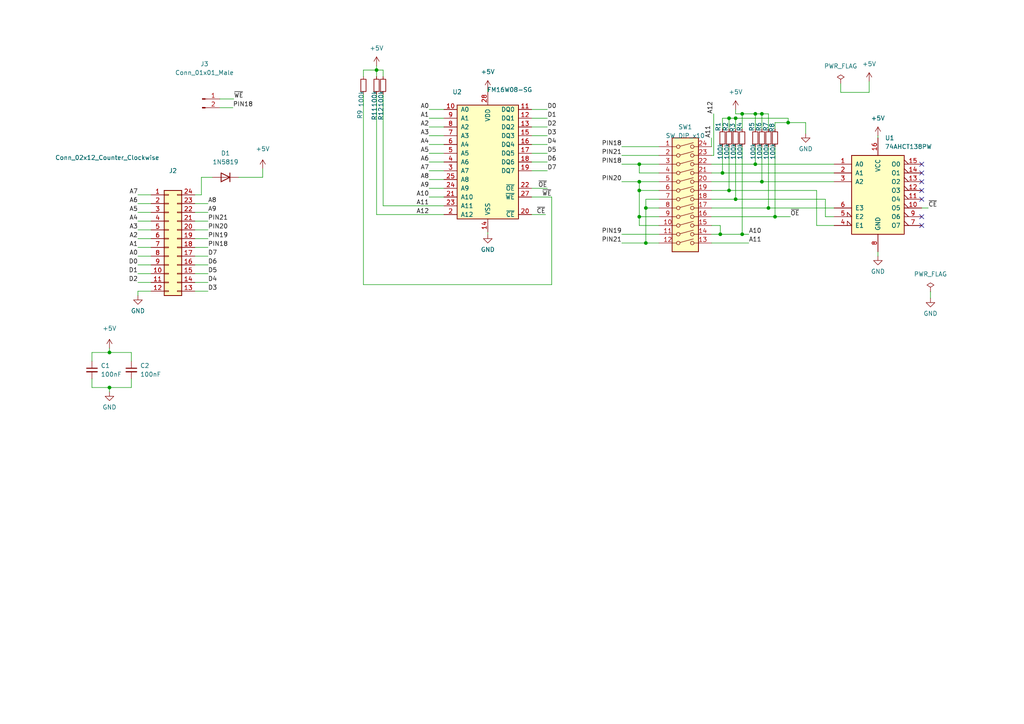
<source format=kicad_sch>
(kicad_sch (version 20230121) (generator eeschema)
  (paper "A4")
  (title_block (title "EPROM Replacer") (date "2022-09-24") (rev "1.01"))
  (lib_symbols
    (symbol "74xx:74LS138" (pin_names (offset 1.016))
      (property "Reference" "U" (at -7.62 11.43 0))
      (property "Value" "74LS138" (at -7.62 -13.97 0))
      (symbol "74LS138_1_0"
        (pin input line (at -12.7 7.62 0) (length 5.08) (name "A0") (number "1"))
        (pin output output_low (at 12.7 -5.08 180) (length 5.08) (name "O5") (number "10"))
        (pin output output_low (at 12.7 -2.54 180) (length 5.08) (name "O4") (number "11"))
        (pin output output_low (at 12.7 0 180) (length 5.08) (name "O3") (number "12"))
        (pin output output_low (at 12.7 2.54 180) (length 5.08) (name "O2") (number "13"))
        (pin output output_low (at 12.7 5.08 180) (length 5.08) (name "O1") (number "14"))
        (pin output output_low (at 12.7 7.62 180) (length 5.08) (name "O0") (number "15"))
        (pin power_in line (at 0 15.24 270) (length 5.08) (name "VCC") (number "16"))
        (pin input line (at -12.7 5.08 0) (length 5.08) (name "A1") (number "2"))
        (pin input line (at -12.7 2.54 0) (length 5.08) (name "A2") (number "3"))
        (pin input input_low (at -12.7 -10.16 0) (length 5.08) (name "E1") (number "4"))
        (pin input input_low (at -12.7 -7.62 0) (length 5.08) (name "E2") (number "5"))
        (pin input line (at -12.7 -5.08 0) (length 5.08) (name "E3") (number "6"))
        (pin output output_low (at 12.7 -10.16 180) (length 5.08) (name "O7") (number "7"))
        (pin power_in line (at 0 -17.78 90) (length 5.08) (name "GND") (number "8"))
        (pin output output_low (at 12.7 -7.62 180) (length 5.08) (name "O6") (number "9"))
      )
      (symbol "74LS138_1_1"
        (rectangle (start -7.62 10.16) (end 7.62 -12.7) (stroke (width 0.254)) (fill (type background)))
      )
    )
    (symbol "Connector:Conn_01x02_Male" (pin_names (offset 1.016) hide)
      (property "Reference" "J" (at 0 2.54 0))
      (property "Value" "Conn_01x02_Male" (at 0 -5.08 0))
      (symbol "Conn_01x02_Male_1_1"
        (polyline (pts (xy 1.27 -2.54) (xy 0.8636 -2.54)) (stroke (width 0.1524)))
        (polyline (pts (xy 1.27 0) (xy 0.8636 0)) (stroke (width 0.1524)))
        (rectangle (start 0.8636 -2.413) (end 0 -2.667) (stroke (width 0.1524)) (fill (type outline)))
        (rectangle (start 0.8636 0.127) (end 0 -0.127) (stroke (width 0.1524)) (fill (type outline)))
        (pin passive line (at 5.08 0 180) (length 3.81) (name "Pin_1") (number "1"))
        (pin passive line (at 5.08 -2.54 180) (length 3.81) (name "Pin_2") (number "2"))
      )
    )
    (symbol "Connector_Generic:Conn_02x12_Counter_Clockwise" (pin_names (offset 1.016) hide)
      (property "Reference" "J" (at 1.27 15.24 0))
      (property "Value" "Conn_02x12_Counter_Clockwise" (at 1.27 -17.78 0))
      (symbol "Conn_02x12_Counter_Clockwise_1_1"
        (rectangle (start -1.27 -15.113) (end 0 -15.367) (stroke (width 0.1524)))
        (rectangle (start -1.27 -12.573) (end 0 -12.827) (stroke (width 0.1524)))
        (rectangle (start -1.27 -10.033) (end 0 -10.287) (stroke (width 0.1524)))
        (rectangle (start -1.27 -7.493) (end 0 -7.747) (stroke (width 0.1524)))
        (rectangle (start -1.27 -4.953) (end 0 -5.207) (stroke (width 0.1524)))
        (rectangle (start -1.27 -2.413) (end 0 -2.667) (stroke (width 0.1524)))
        (rectangle (start -1.27 0.127) (end 0 -0.127) (stroke (width 0.1524)))
        (rectangle (start -1.27 2.667) (end 0 2.413) (stroke (width 0.1524)))
        (rectangle (start -1.27 5.207) (end 0 4.953) (stroke (width 0.1524)))
        (rectangle (start -1.27 7.747) (end 0 7.493) (stroke (width 0.1524)))
        (rectangle (start -1.27 10.287) (end 0 10.033) (stroke (width 0.1524)))
        (rectangle (start -1.27 12.827) (end 0 12.573) (stroke (width 0.1524)))
        (rectangle (start -1.27 13.97) (end 3.81 -16.51) (stroke (width 0.254)) (fill (type background)))
        (rectangle (start 3.81 -15.113) (end 2.54 -15.367) (stroke (width 0.1524)))
        (rectangle (start 3.81 -12.573) (end 2.54 -12.827) (stroke (width 0.1524)))
        (rectangle (start 3.81 -10.033) (end 2.54 -10.287) (stroke (width 0.1524)))
        (rectangle (start 3.81 -7.493) (end 2.54 -7.747) (stroke (width 0.1524)))
        (rectangle (start 3.81 -4.953) (end 2.54 -5.207) (stroke (width 0.1524)))
        (rectangle (start 3.81 -2.413) (end 2.54 -2.667) (stroke (width 0.1524)))
        (rectangle (start 3.81 0.127) (end 2.54 -0.127) (stroke (width 0.1524)))
        (rectangle (start 3.81 2.667) (end 2.54 2.413) (stroke (width 0.1524)))
        (rectangle (start 3.81 5.207) (end 2.54 4.953) (stroke (width 0.1524)))
        (rectangle (start 3.81 7.747) (end 2.54 7.493) (stroke (width 0.1524)))
        (rectangle (start 3.81 10.287) (end 2.54 10.033) (stroke (width 0.1524)))
        (rectangle (start 3.81 12.827) (end 2.54 12.573) (stroke (width 0.1524)))
        (pin passive line (at -5.08 12.7 0) (length 3.81) (name "Pin_1") (number "1"))
        (pin passive line (at -5.08 -10.16 0) (length 3.81) (name "Pin_10") (number "10"))
        (pin passive line (at -5.08 -12.7 0) (length 3.81) (name "Pin_11") (number "11"))
        (pin passive line (at -5.08 -15.24 0) (length 3.81) (name "Pin_12") (number "12"))
        (pin passive line (at 7.62 -15.24 180) (length 3.81) (name "Pin_13") (number "13"))
        (pin passive line (at 7.62 -12.7 180) (length 3.81) (name "Pin_14") (number "14"))
        (pin passive line (at 7.62 -10.16 180) (length 3.81) (name "Pin_15") (number "15"))
        (pin passive line (at 7.62 -7.62 180) (length 3.81) (name "Pin_16") (number "16"))
        (pin passive line (at 7.62 -5.08 180) (length 3.81) (name "Pin_17") (number "17"))
        (pin passive line (at 7.62 -2.54 180) (length 3.81) (name "Pin_18") (number "18"))
        (pin passive line (at 7.62 0 180) (length 3.81) (name "Pin_19") (number "19"))
        (pin passive line (at -5.08 10.16 0) (length 3.81) (name "Pin_2") (number "2"))
        (pin passive line (at 7.62 2.54 180) (length 3.81) (name "Pin_20") (number "20"))
        (pin passive line (at 7.62 5.08 180) (length 3.81) (name "Pin_21") (number "21"))
        (pin passive line (at 7.62 7.62 180) (length 3.81) (name "Pin_22") (number "22"))
        (pin passive line (at 7.62 10.16 180) (length 3.81) (name "Pin_23") (number "23"))
        (pin passive line (at 7.62 12.7 180) (length 3.81) (name "Pin_24") (number "24"))
        (pin passive line (at -5.08 7.62 0) (length 3.81) (name "Pin_3") (number "3"))
        (pin passive line (at -5.08 5.08 0) (length 3.81) (name "Pin_4") (number "4"))
        (pin passive line (at -5.08 2.54 0) (length 3.81) (name "Pin_5") (number "5"))
        (pin passive line (at -5.08 0 0) (length 3.81) (name "Pin_6") (number "6"))
        (pin passive line (at -5.08 -2.54 0) (length 3.81) (name "Pin_7") (number "7"))
        (pin passive line (at -5.08 -5.08 0) (length 3.81) (name "Pin_8") (number "8"))
        (pin passive line (at -5.08 -7.62 0) (length 3.81) (name "Pin_9") (number "9"))
      )
    )
    (symbol "Device:C_Small" (pin_numbers hide) (pin_names (offset 0.254) hide)
      (property "Reference" "C" (at 0.254 1.778 0))
      (property "Value" "C_Small" (at 0.254 -2.032 0))
      (symbol "C_Small_0_1"
        (polyline (pts (xy -1.524 -0.508) (xy 1.524 -0.508)) (stroke (width 0.3302)))
        (polyline (pts (xy -1.524 0.508) (xy 1.524 0.508)) (stroke (width 0.3048)))
      )
      (symbol "C_Small_1_1"
        (pin passive line (at 0 2.54 270) (length 2.032) (name "~") (number "1"))
        (pin passive line (at 0 -2.54 90) (length 2.032) (name "~") (number "2"))
      )
    )
    (symbol "Device:D" (pin_numbers hide) (pin_names (offset 1.016) hide)
      (property "Reference" "D" (at 0 2.54 0))
      (property "Value" "D" (at 0 -2.54 0))
      (symbol "D_0_1"
        (polyline (pts (xy -1.27 1.27) (xy -1.27 -1.27)) (stroke (width 0.254)))
        (polyline (pts (xy 1.27 0) (xy -1.27 0)))
        (polyline (pts (xy 1.27 1.27) (xy 1.27 -1.27) (xy -1.27 0) (xy 1.27 1.27)) (stroke (width 0.254)))
      )
      (symbol "D_1_1"
        (pin passive line (at -3.81 0 0) (length 2.54) (name "K") (number "1"))
        (pin passive line (at 3.81 0 180) (length 2.54) (name "A") (number "2"))
      )
    )
    (symbol "Device:R_Small" (pin_numbers hide) (pin_names (offset 0.254) hide)
      (property "Reference" "R" (at 0.762 0.508 0))
      (property "Value" "R_Small" (at 0.762 -1.016 0))
      (symbol "R_Small_0_1"
        (rectangle (start -0.762 1.778) (end 0.762 -1.778) (stroke (width 0.2032)))
      )
      (symbol "R_Small_1_1"
        (pin passive line (at 0 2.54 270) (length 0.762) (name "~") (number "1"))
        (pin passive line (at 0 -2.54 90) (length 0.762) (name "~") (number "2"))
      )
    )
    (symbol "Memory_NVRAM:FM16W08-SG" (pin_names (offset 1.016))
      (property "Reference" "U" (at -7.62 17.78 0))
      (property "Value" "FM16W08-SG" (at 1.27 17.78 0))
      (symbol "FM16W08-SG_0_1"
        (rectangle (start -8.89 16.51) (end 8.89 -16.51) (stroke (width 0.254)) (fill (type background)))
      )
      (symbol "FM16W08-SG_1_1"
        (pin input line (at -12.7 15.24 0) (length 3.81) (name "A0") (number "10"))
        (pin bidirectional line (at 12.7 15.24 180) (length 3.81) (name "DQ0") (number "11"))
        (pin bidirectional line (at 12.7 12.7 180) (length 3.81) (name "DQ1") (number "12"))
        (pin bidirectional line (at 12.7 10.16 180) (length 3.81) (name "DQ2") (number "13"))
        (pin power_in line (at 0 -20.32 90) (length 3.81) (name "VSS") (number "14"))
        (pin bidirectional line (at 12.7 7.62 180) (length 3.81) (name "DQ3") (number "15"))
        (pin bidirectional line (at 12.7 5.08 180) (length 3.81) (name "DQ4") (number "16"))
        (pin bidirectional line (at 12.7 2.54 180) (length 3.81) (name "DQ5") (number "17"))
        (pin bidirectional line (at 12.7 0 180) (length 3.81) (name "DQ6") (number "18"))
        (pin bidirectional line (at 12.7 -2.54 180) (length 3.81) (name "DQ7") (number "19"))
        (pin input line (at -12.7 -15.24 0) (length 3.81) (name "A12") (number "2"))
        (pin input line (at 12.7 -15.24 180) (length 3.81) (name "~{CE}") (number "20"))
        (pin input line (at -12.7 -10.16 0) (length 3.81) (name "A10") (number "21"))
        (pin input line (at 12.7 -7.62 180) (length 3.81) (name "~{OE}") (number "22"))
        (pin input line (at -12.7 -12.7 0) (length 3.81) (name "A11") (number "23"))
        (pin input line (at -12.7 -7.62 0) (length 3.81) (name "A9") (number "24"))
        (pin input line (at -12.7 -5.08 0) (length 3.81) (name "A8") (number "25"))
        (pin input line (at 12.7 -10.16 180) (length 3.81) (name "~{WE}") (number "27"))
        (pin power_in line (at 0 20.32 270) (length 3.81) (name "VDD") (number "28"))
        (pin input line (at -12.7 -2.54 0) (length 3.81) (name "A7") (number "3"))
        (pin input line (at -12.7 0 0) (length 3.81) (name "A6") (number "4"))
        (pin input line (at -12.7 2.54 0) (length 3.81) (name "A5") (number "5"))
        (pin input line (at -12.7 5.08 0) (length 3.81) (name "A4") (number "6"))
        (pin input line (at -12.7 7.62 0) (length 3.81) (name "A3") (number "7"))
        (pin input line (at -12.7 10.16 0) (length 3.81) (name "A2") (number "8"))
        (pin input line (at -12.7 12.7 0) (length 3.81) (name "A1") (number "9"))
      )
    )
    (symbol "Switch:SW_DIP_x12" (pin_names (offset 0) hide)
      (property "Reference" "SW" (at 0 19.05 0))
      (property "Value" "SW_DIP_x12" (at 0 -16.51 0))
      (symbol "SW_DIP_x12_0_0"
        (circle (center -2.032 -12.7) (radius 0.508))
        (circle (center -2.032 -10.16) (radius 0.508))
        (circle (center -2.032 -7.62) (radius 0.508))
        (circle (center -2.032 -5.08) (radius 0.508))
        (circle (center -2.032 -2.54) (radius 0.508))
        (circle (center -2.032 0) (radius 0.508))
        (circle (center -2.032 2.54) (radius 0.508))
        (circle (center -2.032 5.08) (radius 0.508))
        (circle (center -2.032 7.62) (radius 0.508))
        (circle (center -2.032 10.16) (radius 0.508))
        (circle (center -2.032 12.7) (radius 0.508))
        (circle (center -2.032 15.24) (radius 0.508))
        (polyline (pts (xy -1.524 -12.5476) (xy 2.3622 -11.5062)))
        (polyline (pts (xy -1.524 -10.0076) (xy 2.3622 -8.9662)))
        (polyline (pts (xy -1.524 -7.4676) (xy 2.3622 -6.4262)))
        (polyline (pts (xy -1.524 -4.9276) (xy 2.3622 -3.8862)))
        (polyline (pts (xy -1.524 -2.3876) (xy 2.3622 -1.3462)))
        (polyline (pts (xy -1.524 0.127) (xy 2.3622 1.1684)))
        (polyline (pts (xy -1.524 2.667) (xy 2.3622 3.7084)))
        (polyline (pts (xy -1.524 5.207) (xy 2.3622 6.2484)))
        (polyline (pts (xy -1.524 7.747) (xy 2.3622 8.7884)))
        (polyline (pts (xy -1.524 10.287) (xy 2.3622 11.3284)))
        (polyline (pts (xy -1.524 12.827) (xy 2.3622 13.8684)))
        (polyline (pts (xy -1.524 15.367) (xy 2.3622 16.4084)))
        (circle (center 2.032 -12.7) (radius 0.508))
        (circle (center 2.032 -10.16) (radius 0.508))
        (circle (center 2.032 -7.62) (radius 0.508))
        (circle (center 2.032 -5.08) (radius 0.508))
        (circle (center 2.032 -2.54) (radius 0.508))
        (circle (center 2.032 0) (radius 0.508))
        (circle (center 2.032 2.54) (radius 0.508))
        (circle (center 2.032 5.08) (radius 0.508))
        (circle (center 2.032 7.62) (radius 0.508))
        (circle (center 2.032 10.16) (radius 0.508))
        (circle (center 2.032 12.7) (radius 0.508))
        (circle (center 2.032 15.24) (radius 0.508))
      )
      (symbol "SW_DIP_x12_0_1"
        (rectangle (start -3.81 17.78) (end 3.81 -15.24) (stroke (width 0.254)) (fill (type background)))
      )
      (symbol "SW_DIP_x12_1_1"
        (pin passive line (at -7.62 15.24 0) (length 5.08) (name "~") (number "1"))
        (pin passive line (at -7.62 -7.62 0) (length 5.08) (name "~") (number "10"))
        (pin passive line (at -7.62 -10.16 0) (length 5.08) (name "~") (number "11"))
        (pin passive line (at -7.62 -12.7 0) (length 5.08) (name "~") (number "12"))
        (pin passive line (at 7.62 -12.7 180) (length 5.08) (name "~") (number "13"))
        (pin passive line (at 7.62 -10.16 180) (length 5.08) (name "~") (number "14"))
        (pin passive line (at 7.62 -7.62 180) (length 5.08) (name "~") (number "15"))
        (pin passive line (at 7.62 -5.08 180) (length 5.08) (name "~") (number "16"))
        (pin passive line (at 7.62 -2.54 180) (length 5.08) (name "~") (number "17"))
        (pin passive line (at 7.62 0 180) (length 5.08) (name "~") (number "18"))
        (pin passive line (at 7.62 2.54 180) (length 5.08) (name "~") (number "19"))
        (pin passive line (at -7.62 12.7 0) (length 5.08) (name "~") (number "2"))
        (pin passive line (at 7.62 5.08 180) (length 5.08) (name "~") (number "20"))
        (pin passive line (at 7.62 7.62 180) (length 5.08) (name "~") (number "21"))
        (pin passive line (at 7.62 10.16 180) (length 5.08) (name "~") (number "22"))
        (pin passive line (at 7.62 12.7 180) (length 5.08) (name "~") (number "23"))
        (pin passive line (at 7.62 15.24 180) (length 5.08) (name "~") (number "24"))
        (pin passive line (at -7.62 10.16 0) (length 5.08) (name "~") (number "3"))
        (pin passive line (at -7.62 7.62 0) (length 5.08) (name "~") (number "4"))
        (pin passive line (at -7.62 5.08 0) (length 5.08) (name "~") (number "5"))
        (pin passive line (at -7.62 2.54 0) (length 5.08) (name "~") (number "6"))
        (pin passive line (at -7.62 0 0) (length 5.08) (name "~") (number "7"))
        (pin passive line (at -7.62 -2.54 0) (length 5.08) (name "~") (number "8"))
        (pin passive line (at -7.62 -5.08 0) (length 5.08) (name "~") (number "9"))
      )
    )
    (symbol "power:+5V" (power) (pin_names (offset 0))
      (property "Value" "+5V" (at 0 3.556 0))
      (symbol "+5V_0_1"
        (polyline (pts (xy -0.762 1.27) (xy 0 2.54)))
        (polyline (pts (xy 0 0) (xy 0 2.54)))
        (polyline (pts (xy 0 2.54) (xy 0.762 1.27)))
      )
      (symbol "+5V_1_1"
        (pin power_in line (at 0 0 90) (length 0) hide (name "+5V") (number "1"))
      )
    )
    (symbol "power:GND" (power) (pin_names (offset 0))
      (property "Value" "GND" (at 0 -3.81 0))
      (symbol "GND_0_1"
        (polyline (pts (xy 0 0) (xy 0 -1.27) (xy 1.27 -1.27) (xy 0 -2.54) (xy -1.27 -1.27) (xy 0 -1.27)))
      )
      (symbol "GND_1_1"
        (pin power_in line (at 0 0 270) (length 0) hide (name "GND") (number "1"))
      )
    )
    (symbol "power:PWR_FLAG" (power) (pin_numbers hide) (pin_names (offset 0) hide)
      (property "Value" "PWR_FLAG" (at 0 3.81 0))
      (symbol "PWR_FLAG_0_0"
        (pin power_out line (at 0 0 90) (length 0) (name "pwr") (number "1"))
      )
      (symbol "PWR_FLAG_0_1"
        (polyline (pts (xy 0 0) (xy 0 1.27) (xy -1.016 1.905) (xy 0 2.54) (xy 1.016 1.905) (xy 0 1.27)))
      )
    )
  )
  (junction (at 185.42 55.245))
  (junction (at 222.885 60.325))
  (junction (at 213.36 57.785))
  (junction (at 31.75 102.235))
  (junction (at 209.55 50.165))
  (junction (at 185.42 62.865))
  (junction (at 187.325 60.325))
  (junction (at 185.42 52.705))
  (junction (at 215.265 33.02))
  (junction (at 211.455 55.245))
  (junction (at 224.79 62.865))
  (junction (at 185.42 47.625))
  (junction (at 220.98 33.02))
  (junction (at 213.36 34.29))
  (junction (at 211.455 34.29))
  (junction (at 31.75 112.395))
  (junction (at 220.98 52.705))
  (junction (at 208.915 67.945))
  (junction (at 215.265 67.945))
  (junction (at 228.6 35.56))
  (junction (at 219.075 33.02))
  (junction (at 187.325 70.485))
  (junction (at 219.075 47.625))
  (junction (at 109.22 20.32))
  (no_connect (at 267.335 55.245))
  (no_connect (at 267.335 62.865))
  (no_connect (at 267.335 47.625))
  (no_connect (at 267.335 57.785))
  (no_connect (at 267.335 50.165))
  (no_connect (at 267.335 65.405))
  (no_connect (at 267.335 52.705))
  (wire (pts (xy 58.42 56.515) (xy 58.42 51.435)))
  (wire (pts (xy 213.36 34.29) (xy 228.6 34.29)))
  (wire (pts (xy 187.325 70.485) (xy 191.135 70.485)))
  (wire (pts (xy 180.34 45.085) (xy 191.135 45.085)))
  (wire (pts (xy 40.005 84.455) (xy 43.815 84.455)))
  (wire (pts (xy 40.005 71.755) (xy 43.815 71.755)))
  (wire (pts (xy 241.935 62.865) (xy 239.395 62.865)))
  (wire (pts (xy 180.34 67.945) (xy 191.135 67.945)))
  (wire (pts (xy 220.98 33.02) (xy 220.98 37.465)))
  (wire (pts (xy 180.34 70.485) (xy 187.325 70.485)))
  (wire (pts (xy 185.42 62.865) (xy 185.42 65.405)))
  (wire (pts (xy 26.67 109.855) (xy 26.67 112.395)))
  (wire (pts (xy 269.875 84.582) (xy 269.875 86.487)))
  (wire (pts (xy 206.375 65.405) (xy 208.915 65.405)))
  (wire (pts (xy 124.46 46.99) (xy 128.778 46.99)))
  (wire (pts (xy 40.005 79.375) (xy 43.815 79.375)))
  (wire (pts (xy 40.005 59.055) (xy 43.815 59.055)))
  (wire (pts (xy 67.564 31.242) (xy 63.754 31.242)))
  (wire (pts (xy 215.265 33.02) (xy 213.36 33.02)))
  (wire (pts (xy 40.005 81.915) (xy 43.815 81.915)))
  (wire (pts (xy 217.17 67.945) (xy 215.265 67.945)))
  (wire (pts (xy 154.178 62.23) (xy 158.242 62.23)))
  (wire (pts (xy 219.075 33.02) (xy 219.075 37.465)))
  (wire (pts (xy 141.478 25.908) (xy 141.478 26.67)))
  (wire (pts (xy 185.42 47.625) (xy 185.42 50.165)))
  (wire (pts (xy 215.265 42.545) (xy 215.265 67.945)))
  (wire (pts (xy 185.42 52.705) (xy 191.135 52.705)))
  (wire (pts (xy 124.46 39.37) (xy 128.778 39.37)))
  (wire (pts (xy 160.02 57.15) (xy 160.02 82.55)))
  (wire (pts (xy 38.1 112.395) (xy 38.1 109.855)))
  (wire (pts (xy 31.75 100.965) (xy 31.75 102.235)))
  (wire (pts (xy 63.754 28.702) (xy 67.818 28.702)))
  (wire (pts (xy 254.635 39.37) (xy 254.635 40.005)))
  (wire (pts (xy 154.178 31.75) (xy 158.75 31.75)))
  (wire (pts (xy 111.125 27.305) (xy 111.125 59.69)))
  (wire (pts (xy 191.135 57.785) (xy 187.325 57.785)))
  (wire (pts (xy 206.375 50.165) (xy 209.55 50.165)))
  (wire (pts (xy 31.75 102.235) (xy 38.1 102.235)))
  (wire (pts (xy 40.005 56.515) (xy 43.815 56.515)))
  (wire (pts (xy 180.34 52.705) (xy 185.42 52.705)))
  (wire (pts (xy 243.84 26.797) (xy 252.095 26.797)))
  (wire (pts (xy 31.75 112.395) (xy 38.1 112.395)))
  (wire (pts (xy 185.42 47.625) (xy 191.135 47.625)))
  (wire (pts (xy 185.42 55.245) (xy 191.135 55.245)))
  (wire (pts (xy 109.22 19.05) (xy 109.22 20.32)))
  (wire (pts (xy 109.22 62.23) (xy 128.778 62.23)))
  (wire (pts (xy 206.375 52.705) (xy 220.98 52.705)))
  (wire (pts (xy 187.325 60.325) (xy 187.325 70.485)))
  (wire (pts (xy 154.178 49.53) (xy 158.75 49.53)))
  (wire (pts (xy 206.375 40.005) (xy 206.375 42.545)))
  (wire (pts (xy 154.178 57.15) (xy 160.02 57.15)))
  (wire (pts (xy 58.42 56.515) (xy 56.515 56.515)))
  (wire (pts (xy 109.22 27.305) (xy 109.22 62.23)))
  (wire (pts (xy 220.98 52.705) (xy 241.935 52.705)))
  (wire (pts (xy 60.325 79.375) (xy 56.515 79.375)))
  (wire (pts (xy 213.36 31.75) (xy 213.36 33.02)))
  (wire (pts (xy 211.455 55.245) (xy 236.855 55.245)))
  (wire (pts (xy 206.375 47.625) (xy 219.075 47.625)))
  (wire (pts (xy 60.325 71.755) (xy 56.515 71.755)))
  (wire (pts (xy 38.1 102.235) (xy 38.1 104.775)))
  (wire (pts (xy 124.46 36.83) (xy 128.778 36.83)))
  (wire (pts (xy 124.46 41.91) (xy 128.778 41.91)))
  (wire (pts (xy 124.46 44.45) (xy 128.778 44.45)))
  (wire (pts (xy 222.885 33.02) (xy 220.98 33.02)))
  (wire (pts (xy 254.635 73.025) (xy 254.635 74.295)))
  (wire (pts (xy 60.325 66.675) (xy 56.515 66.675)))
  (wire (pts (xy 185.42 65.405) (xy 191.135 65.405)))
  (wire (pts (xy 40.005 69.215) (xy 43.815 69.215)))
  (wire (pts (xy 154.178 54.61) (xy 158.75 54.61)))
  (wire (pts (xy 124.46 57.15) (xy 128.778 57.15)))
  (wire (pts (xy 60.325 59.055) (xy 56.515 59.055)))
  (wire (pts (xy 208.915 67.945) (xy 206.375 67.945)))
  (wire (pts (xy 60.325 81.915) (xy 56.515 81.915)))
  (wire (pts (xy 206.375 45.085) (xy 207.01 45.085)))
  (wire (pts (xy 31.75 112.395) (xy 31.75 113.665)))
  (wire (pts (xy 209.55 50.165) (xy 241.935 50.165)))
  (wire (pts (xy 236.855 65.405) (xy 236.855 55.245)))
  (wire (pts (xy 141.478 67.31) (xy 141.478 67.945)))
  (wire (pts (xy 60.325 76.835) (xy 56.515 76.835)))
  (wire (pts (xy 224.79 35.56) (xy 224.79 37.465)))
  (wire (pts (xy 185.42 50.165) (xy 191.135 50.165)))
  (wire (pts (xy 154.178 39.37) (xy 158.75 39.37)))
  (wire (pts (xy 215.265 67.945) (xy 208.915 67.945)))
  (wire (pts (xy 209.55 42.545) (xy 209.55 50.165)))
  (wire (pts (xy 26.67 112.395) (xy 31.75 112.395)))
  (wire (pts (xy 211.455 34.29) (xy 211.455 37.465)))
  (wire (pts (xy 206.375 62.865) (xy 224.79 62.865)))
  (wire (pts (xy 154.178 41.91) (xy 158.75 41.91)))
  (wire (pts (xy 60.325 61.595) (xy 56.515 61.595)))
  (wire (pts (xy 224.79 42.545) (xy 224.79 62.865)))
  (wire (pts (xy 40.005 66.675) (xy 43.815 66.675)))
  (wire (pts (xy 109.22 20.32) (xy 109.22 22.225)))
  (wire (pts (xy 206.375 60.325) (xy 222.885 60.325)))
  (wire (pts (xy 76.2 48.895) (xy 76.2 51.435)))
  (wire (pts (xy 224.79 62.865) (xy 229.235 62.865)))
  (wire (pts (xy 239.395 62.865) (xy 239.395 57.785)))
  (wire (pts (xy 209.55 34.29) (xy 209.55 37.465)))
  (wire (pts (xy 111.125 59.69) (xy 128.778 59.69)))
  (wire (pts (xy 105.41 27.305) (xy 105.41 82.55)))
  (wire (pts (xy 213.36 57.785) (xy 206.375 57.785)))
  (wire (pts (xy 217.17 70.485) (xy 206.375 70.485)))
  (wire (pts (xy 187.325 60.325) (xy 191.135 60.325)))
  (wire (pts (xy 213.36 42.545) (xy 213.36 57.785)))
  (wire (pts (xy 222.885 42.545) (xy 222.885 60.325)))
  (wire (pts (xy 239.395 57.785) (xy 213.36 57.785)))
  (wire (pts (xy 154.178 36.83) (xy 158.75 36.83)))
  (wire (pts (xy 40.005 61.595) (xy 43.815 61.595)))
  (wire (pts (xy 211.455 34.29) (xy 209.55 34.29)))
  (wire (pts (xy 69.215 51.435) (xy 76.2 51.435)))
  (wire (pts (xy 213.36 34.29) (xy 213.36 37.465)))
  (wire (pts (xy 180.34 47.625) (xy 185.42 47.625)))
  (wire (pts (xy 222.885 33.02) (xy 222.885 37.465)))
  (wire (pts (xy 105.41 20.32) (xy 105.41 22.225)))
  (wire (pts (xy 124.46 31.75) (xy 128.778 31.75)))
  (wire (pts (xy 124.46 54.61) (xy 128.778 54.61)))
  (wire (pts (xy 224.79 35.56) (xy 228.6 35.56)))
  (wire (pts (xy 124.46 52.07) (xy 128.778 52.07)))
  (wire (pts (xy 26.67 104.775) (xy 26.67 102.235)))
  (wire (pts (xy 220.98 33.02) (xy 219.075 33.02)))
  (wire (pts (xy 222.885 60.325) (xy 241.935 60.325)))
  (wire (pts (xy 124.46 49.53) (xy 128.778 49.53)))
  (wire (pts (xy 243.84 24.257) (xy 243.84 26.797)))
  (wire (pts (xy 26.67 102.235) (xy 31.75 102.235)))
  (wire (pts (xy 215.265 33.02) (xy 215.265 37.465)))
  (wire (pts (xy 105.41 20.32) (xy 109.22 20.32)))
  (wire (pts (xy 207.01 33.02) (xy 207.01 45.085)))
  (wire (pts (xy 185.42 55.245) (xy 185.42 62.865)))
  (wire (pts (xy 60.325 84.455) (xy 56.515 84.455)))
  (wire (pts (xy 40.005 74.295) (xy 43.815 74.295)))
  (wire (pts (xy 105.41 82.55) (xy 160.02 82.55)))
  (wire (pts (xy 60.325 74.295) (xy 56.515 74.295)))
  (wire (pts (xy 219.075 42.545) (xy 219.075 47.625)))
  (wire (pts (xy 40.005 84.455) (xy 40.005 85.725)))
  (wire (pts (xy 154.178 46.99) (xy 158.75 46.99)))
  (wire (pts (xy 60.325 64.135) (xy 56.515 64.135)))
  (wire (pts (xy 267.335 60.325) (xy 269.24 60.325)))
  (wire (pts (xy 111.125 20.32) (xy 111.125 22.225)))
  (wire (pts (xy 219.075 33.02) (xy 215.265 33.02)))
  (wire (pts (xy 211.455 42.545) (xy 211.455 55.245)))
  (wire (pts (xy 187.325 57.785) (xy 187.325 60.325)))
  (wire (pts (xy 109.22 20.32) (xy 111.125 20.32)))
  (wire (pts (xy 154.178 44.45) (xy 158.75 44.45)))
  (wire (pts (xy 40.005 64.135) (xy 43.815 64.135)))
  (wire (pts (xy 228.6 35.56) (xy 233.68 35.56)))
  (wire (pts (xy 180.34 42.545) (xy 191.135 42.545)))
  (wire (pts (xy 241.935 65.405) (xy 236.855 65.405)))
  (wire (pts (xy 233.68 35.56) (xy 233.68 38.735)))
  (wire (pts (xy 185.42 52.705) (xy 185.42 55.245)))
  (wire (pts (xy 60.325 69.215) (xy 56.515 69.215)))
  (wire (pts (xy 154.178 34.29) (xy 158.75 34.29)))
  (wire (pts (xy 124.46 34.29) (xy 128.778 34.29)))
  (wire (pts (xy 58.42 51.435) (xy 61.595 51.435)))
  (wire (pts (xy 208.915 65.405) (xy 208.915 67.945)))
  (wire (pts (xy 228.6 34.29) (xy 228.6 35.56)))
  (wire (pts (xy 206.375 55.245) (xy 211.455 55.245)))
  (wire (pts (xy 219.075 47.625) (xy 241.935 47.625)))
  (wire (pts (xy 220.98 42.545) (xy 220.98 52.705)))
  (wire (pts (xy 252.095 23.622) (xy 252.095 26.797)))
  (wire (pts (xy 185.42 62.865) (xy 191.135 62.865)))
  (wire (pts (xy 40.005 76.835) (xy 43.815 76.835)))
  (wire (pts (xy 213.36 34.29) (xy 211.455 34.29)))
  (label "~{WE}" (at 160.02 57.15 180))
  (label "A4" (at 124.46 41.91 180))
  (label "D3" (at 158.75 39.37 0))
  (label "A11" (at 124.46 59.69 180))
  (label "D2" (at 158.75 36.83 0))
  (label "A2" (at 124.46 36.83 180))
  (label "A0" (at 124.46 31.75 180))
  (label "D7" (at 60.325 74.295 0))
  (label "PIN19" (at 180.34 67.945 180))
  (label "~{CE}" (at 158.242 62.23 180))
  (label "PIN19" (at 60.325 69.215 0))
  (label "A3" (at 124.46 39.37 180))
  (label "D5" (at 158.75 44.45 0))
  (label "A1" (at 40.005 71.755 180))
  (label "A0" (at 40.005 74.295 180))
  (label "A1" (at 124.46 34.29 180))
  (label "D4" (at 60.325 81.915 0))
  (label "PIN20" (at 60.325 66.675 0))
  (label "A8" (at 124.46 52.07 180))
  (label "A8" (at 60.325 59.055 0))
  (label "D1" (at 158.75 34.29 0))
  (label "A4" (at 40.005 64.135 180))
  (label "A12" (at 124.46 62.23 180))
  (label "PIN18" (at 180.34 42.545 180))
  (label "A9" (at 60.325 61.595 0))
  (label "D0" (at 40.005 76.835 180))
  (label "A2" (at 40.005 69.215 180))
  (label "PIN18" (at 180.34 47.625 180))
  (label "D6" (at 158.75 46.99 0))
  (label "A7" (at 40.005 56.515 180))
  (label "A3" (at 40.005 66.675 180))
  (label "PIN21" (at 60.325 64.135 0))
  (label "~{OE}" (at 158.75 54.61 180))
  (label "D0" (at 158.75 31.75 0))
  (label "PIN21" (at 180.34 70.485 180))
  (label "A11" (at 206.375 40.005 90))
  (label "PIN18" (at 60.325 71.755 0))
  (label "D2" (at 40.005 81.915 180))
  (label "A12" (at 207.01 33.02 90))
  (label "A6" (at 124.46 46.99 180))
  (label "A10" (at 217.17 67.945 0))
  (label "D3" (at 60.325 84.455 0))
  (label "A11" (at 217.17 70.485 0))
  (label "A7" (at 124.46 49.53 180))
  (label "A6" (at 40.005 59.055 180))
  (label "D4" (at 158.75 41.91 0))
  (label "A10" (at 124.46 57.15 180))
  (label "PIN18" (at 67.564 31.242 0))
  (label "PIN20" (at 180.34 52.705 180))
  (label "~{CE}" (at 269.24 60.325 0))
  (label "D7" (at 158.75 49.53 0))
  (label "D5" (at 60.325 79.375 0))
  (label "D6" (at 60.325 76.835 0))
  (label "~{OE}" (at 229.235 62.865 0))
  (label "A5" (at 124.46 44.45 180))
  (label "PIN21" (at 180.34 45.085 180))
  (label "D1" (at 40.005 79.375 180))
  (label "A9" (at 124.46 54.61 180))
  (label "~{WE}" (at 67.818 28.702 0))
  (label "A5" (at 40.005 61.595 180))
  (symbol (lib_id "Device:D") (at 65.405 51.435 180) (unit 1)
    (property "Reference" "D1" (at 65.405 44.45 0))
    (property "Value" "1N5819" (at 65.405 46.99 0))
    (property "Footprint" "Diode_SMD:D_SOD-323" (effects hide))
    (property "LCSC" "C191023" (effects hide))
  )
  (symbol (lib_id "power:+5V") (at 76.2 48.895 0) (unit 1)
    (property "Reference" "#PWR0102" (effects hide))
    (property "Value" "+5V" (at 76.2 43.18 0))
  )
  (symbol (lib_id "Device:R_Small") (at 105.41 24.765 0) (unit 1)
    (property "Reference" "R9" (at 104.394 34.544 90) (effects (justify left)))
    (property "Value" "100k" (at 104.775 31.115 90) (effects (justify left)))
    (property "Footprint" "Resistor_SMD:R_0402_1005Metric" (effects hide))
    (property "LCSC" "C25741" (effects hide))
  )
  (symbol (lib_id "power:GND") (at 40.005 85.725 0) (unit 1)
    (property "Reference" "#PWR0105" (effects hide))
    (property "Value" "GND" (at 40.005 90.17 0))
  )
  (symbol (lib_id "power:+5V") (at 254.635 39.37 0) (unit 1)
    (property "Reference" "#PWR0107" (effects hide))
    (property "Value" "+5V" (at 254.635 34.29 0))
  )
  (symbol (lib_id "Device:C_Small") (at 38.1 107.315 0) (unit 1)
    (property "Reference" "C2" (at 40.64 106.0512 0) (effects (justify left)))
    (property "Value" "100nF" (at 40.64 108.5912 0) (effects (justify left)))
    (property "Footprint" "Capacitor_SMD:C_0402_1005Metric" (effects hide))
    (property "LCSC" "C1525" (effects hide))
  )
  (symbol (lib_id "Device:R_Small") (at 222.885 40.005 0) (unit 1)
    (property "Reference" "R7" (at 222.123 38.1 90) (effects (justify left)))
    (property "Value" "100k" (at 222.25 46.355 90) (effects (justify left)))
    (property "Footprint" "Resistor_SMD:R_0402_1005Metric" (effects hide))
    (property "LCSC" "C25741" (effects hide))
  )
  (symbol (lib_id "Device:R_Small") (at 224.79 40.005 0) (unit 1)
    (property "Reference" "R8" (at 223.901 38.354 90) (effects (justify left)))
    (property "Value" "100k" (at 224.155 46.355 90) (effects (justify left)))
    (property "Footprint" "Resistor_SMD:R_0402_1005Metric" (effects hide))
    (property "LCSC" "C25741" (effects hide))
  )
  (symbol (lib_id "power:+5V") (at 213.36 31.75 0) (unit 1)
    (property "Reference" "#PWR0110" (effects hide))
    (property "Value" "+5V" (at 213.36 26.67 0))
  )
  (symbol (lib_id "Memory_NVRAM:FM16W08-SG") (at 141.478 46.99 0) (unit 1)
    (property "Reference" "U2" (at 132.588 26.67 0))
    (property "Value" "FM16W08-SG" (at 147.828 26.035 0))
    (property "Footprint" "Package_SO:SOIC-28W_7.5x17.9mm_P1.27mm" (effects hide))
    (property "Datasheet" "http://www.cypress.com/file/41731/download" (effects hide))
  )
  (symbol (lib_id "Connector:Conn_01x02_Male") (at 58.674 28.702 0) (unit 1)
    (property "Reference" "J3" (at 59.309 18.542 0))
    (property "Value" "Conn_01x01_Male" (at 59.309 21.082 0))
    (property "Footprint" "Connector_PinHeader_2.54mm:PinHeader_1x02_P2.54mm_Vertical" (effects hide))
  )
  (symbol (lib_id "power:GND") (at 31.75 113.665 0) (unit 1)
    (property "Reference" "#PWR0112" (effects hide))
    (property "Value" "GND" (at 31.75 118.11 0))
  )
  (symbol (lib_id "power:+5V") (at 109.22 19.05 0) (unit 1)
    (property "Reference" "#PWR0104" (effects hide))
    (property "Value" "+5V" (at 109.22 13.97 0))
  )
  (symbol (lib_id "Device:R_Small") (at 211.455 40.005 0) (unit 1)
    (property "Reference" "R2" (at 210.439 38.1 90) (effects (justify left)))
    (property "Value" "100k" (at 210.82 46.355 90) (effects (justify left)))
    (property "Footprint" "Resistor_SMD:R_0402_1005Metric" (effects hide))
    (property "LCSC" "C25741" (effects hide))
  )
  (symbol (lib_id "Device:R_Small") (at 109.22 24.765 0) (unit 1)
    (property "Reference" "R11" (at 108.585 34.925 90) (effects (justify left)))
    (property "Value" "100k" (at 108.585 31.115 90) (effects (justify left)))
    (property "Footprint" "Resistor_SMD:R_0402_1005Metric" (effects hide))
    (property "LCSC" "C25741" (effects hide))
  )
  (symbol (lib_id "power:GND") (at 233.68 38.735 0) (unit 1)
    (property "Reference" "#PWR0108" (effects hide))
    (property "Value" "GND" (at 233.68 43.18 0))
  )
  (symbol (lib_id "power:+5V") (at 31.75 100.965 0) (unit 1)
    (property "Reference" "#PWR0113" (effects hide))
    (property "Value" "+5V" (at 31.75 95.25 0))
  )
  (symbol (lib_id "power:PWR_FLAG") (at 243.84 24.257 0) (unit 1)
    (property "Reference" "#FLG0101" (effects hide))
    (property "Value" "PWR_FLAG" (at 243.84 19.177 0))
  )
  (symbol (lib_id "Device:R_Small") (at 220.98 40.005 0) (unit 1)
    (property "Reference" "R6" (at 220.091 38.1 90) (effects (justify left)))
    (property "Value" "100k" (at 220.345 46.355 90) (effects (justify left)))
    (property "Footprint" "Resistor_SMD:R_0402_1005Metric" (effects hide))
    (property "LCSC" "C25741" (effects hide))
  )
  (symbol (lib_id "power:GND") (at 269.875 86.487 0) (unit 1)
    (property "Reference" "#PWR0115" (effects hide))
    (property "Value" "GND" (at 269.875 90.932 0))
  )
  (symbol (lib_id "Switch:SW_DIP_x12") (at 198.755 57.785 0) (unit 1)
    (property "Reference" "SW1" (at 198.755 36.83 0))
    (property "Value" "SW_DIP_x10" (at 198.755 39.37 0))
    (property "Footprint" "eprom_replacer:SW_DIP_SPSTx12_Slide_CTS_12LPSTJR_W5.8mm_P1.27mm_JPin" (effects hide))
  )
  (symbol (lib_id "74xx:74LS138") (at 254.635 55.245 0) (unit 1)
    (property "Reference" "U1" (at 256.6544 40.005 0) (effects (justify left)))
    (property "Value" "74AHCT138PW" (at 256.6544 42.545 0) (effects (justify left)))
    (property "Footprint" "Package_SO:TSSOP-16_4.4x5mm_P0.65mm" (effects hide))
    (property "Datasheet" "http://www.ti.com/lit/gpn/sn74LS138" (effects hide))
  )
  (symbol (lib_id "power:+5V") (at 252.095 23.622 0) (unit 1)
    (property "Reference" "#PWR0114" (effects hide))
    (property "Value" "+5V" (at 252.095 18.542 0))
  )
  (symbol (lib_id "power:PWR_FLAG") (at 269.875 84.582 0) (unit 1)
    (property "Reference" "#FLG0102" (effects hide))
    (property "Value" "PWR_FLAG" (at 269.875 79.502 0))
  )
  (symbol (lib_id "Device:R_Small") (at 213.36 40.005 0) (unit 1)
    (property "Reference" "R3" (at 212.471 38.354 90) (effects (justify left)))
    (property "Value" "100k" (at 212.725 46.355 90) (effects (justify left)))
    (property "Footprint" "Resistor_SMD:R_0402_1005Metric" (effects hide))
    (property "LCSC" "C25741" (effects hide))
  )
  (symbol (lib_id "Connector_Generic:Conn_02x12_Counter_Clockwise") (at 48.895 69.215 0) (unit 1)
    (property "Reference" "J2" (at 50.165 49.53 0))
    (property "Value" "Conn_02x12_Counter_Clockwise" (at 31.115 45.72 0))
    (property "Footprint" "Package_DIP:DIP-24_W15.24mm_Socket" (effects hide))
  )
  (symbol (lib_id "Device:R_Small") (at 209.55 40.005 0) (unit 1)
    (property "Reference" "R1" (at 208.28 38.1 90) (effects (justify left)))
    (property "Value" "100k" (at 208.915 46.355 90) (effects (justify left)))
    (property "Footprint" "Resistor_SMD:R_0402_1005Metric" (effects hide))
    (property "LCSC" "C25741" (effects hide))
  )
  (symbol (lib_id "power:GND") (at 141.478 67.945 0) (unit 1)
    (property "Reference" "#PWR0106" (effects hide))
    (property "Value" "GND" (at 141.478 72.39 0))
  )
  (symbol (lib_id "Device:R_Small") (at 111.125 24.765 0) (unit 1)
    (property "Reference" "R12" (at 110.49 34.925 90) (effects (justify left)))
    (property "Value" "100k" (at 110.49 31.115 90) (effects (justify left)))
    (property "Footprint" "Resistor_SMD:R_0402_1005Metric" (effects hide))
    (property "LCSC" "C25741" (effects hide))
  )
  (symbol (lib_id "Device:R_Small") (at 215.265 40.005 0) (unit 1)
    (property "Reference" "R4" (at 214.503 38.1 90) (effects (justify left)))
    (property "Value" "100k" (at 214.63 46.355 90) (effects (justify left)))
    (property "Footprint" "Resistor_SMD:R_0402_1005Metric" (effects hide))
    (property "LCSC" "C25741" (effects hide))
  )
  (symbol (lib_id "power:GND") (at 254.635 74.295 0) (unit 1)
    (property "Reference" "#PWR0109" (effects hide))
    (property "Value" "GND" (at 254.635 78.74 0))
  )
  (symbol (lib_id "Device:R_Small") (at 219.075 40.005 0) (unit 1)
    (property "Reference" "R5" (at 218.059 38.1 90) (effects (justify left)))
    (property "Value" "100k" (at 218.44 46.355 90) (effects (justify left)))
    (property "Footprint" "Resistor_SMD:R_0402_1005Metric" (effects hide))
    (property "LCSC" "C25741" (effects hide))
  )
  (symbol (lib_id "power:+5V") (at 141.478 25.908 0) (unit 1)
    (property "Reference" "#PWR0103" (effects hide))
    (property "Value" "+5V" (at 141.478 20.828 0))
  )
  (symbol (lib_id "Device:C_Small") (at 26.67 107.315 0) (unit 1)
    (property "Reference" "C1" (at 29.21 106.0512 0) (effects (justify left)))
    (property "Value" "100nF" (at 29.21 108.5912 0) (effects (justify left)))
    (property "Footprint" "Capacitor_SMD:C_0402_1005Metric" (effects hide))
    (property "LCSC" "C1525" (effects hide))
  )
)
</source>
